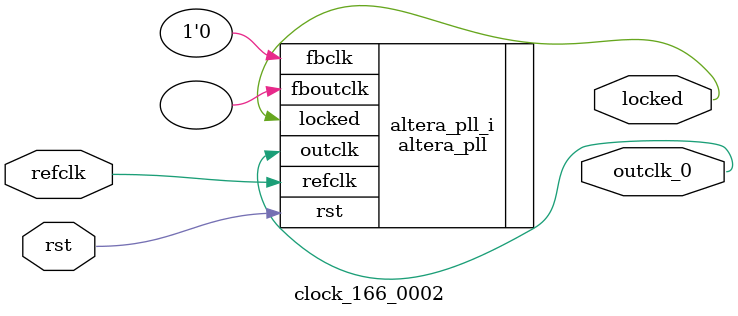
<source format=v>
`timescale 1ns/10ps
module  clock_166_0002(

	// interface 'refclk'
	input wire refclk,

	// interface 'reset'
	input wire rst,

	// interface 'outclk0'
	output wire outclk_0,

	// interface 'locked'
	output wire locked
);

	altera_pll #(
		.fractional_vco_multiplier("false"),
		.reference_clock_frequency("50.0 MHz"),
		.operation_mode("direct"),
		.number_of_clocks(1),
		.output_clock_frequency0("166.000000 MHz"),
		.phase_shift0("0 ps"),
		.duty_cycle0(50),
		.output_clock_frequency1("0 MHz"),
		.phase_shift1("0 ps"),
		.duty_cycle1(50),
		.output_clock_frequency2("0 MHz"),
		.phase_shift2("0 ps"),
		.duty_cycle2(50),
		.output_clock_frequency3("0 MHz"),
		.phase_shift3("0 ps"),
		.duty_cycle3(50),
		.output_clock_frequency4("0 MHz"),
		.phase_shift4("0 ps"),
		.duty_cycle4(50),
		.output_clock_frequency5("0 MHz"),
		.phase_shift5("0 ps"),
		.duty_cycle5(50),
		.output_clock_frequency6("0 MHz"),
		.phase_shift6("0 ps"),
		.duty_cycle6(50),
		.output_clock_frequency7("0 MHz"),
		.phase_shift7("0 ps"),
		.duty_cycle7(50),
		.output_clock_frequency8("0 MHz"),
		.phase_shift8("0 ps"),
		.duty_cycle8(50),
		.output_clock_frequency9("0 MHz"),
		.phase_shift9("0 ps"),
		.duty_cycle9(50),
		.output_clock_frequency10("0 MHz"),
		.phase_shift10("0 ps"),
		.duty_cycle10(50),
		.output_clock_frequency11("0 MHz"),
		.phase_shift11("0 ps"),
		.duty_cycle11(50),
		.output_clock_frequency12("0 MHz"),
		.phase_shift12("0 ps"),
		.duty_cycle12(50),
		.output_clock_frequency13("0 MHz"),
		.phase_shift13("0 ps"),
		.duty_cycle13(50),
		.output_clock_frequency14("0 MHz"),
		.phase_shift14("0 ps"),
		.duty_cycle14(50),
		.output_clock_frequency15("0 MHz"),
		.phase_shift15("0 ps"),
		.duty_cycle15(50),
		.output_clock_frequency16("0 MHz"),
		.phase_shift16("0 ps"),
		.duty_cycle16(50),
		.output_clock_frequency17("0 MHz"),
		.phase_shift17("0 ps"),
		.duty_cycle17(50),
		.pll_type("General"),
		.pll_subtype("General")
	) altera_pll_i (
		.rst	(rst),
		.outclk	({outclk_0}),
		.locked	(locked),
		.fboutclk	( ),
		.fbclk	(1'b0),
		.refclk	(refclk)
	);
endmodule


</source>
